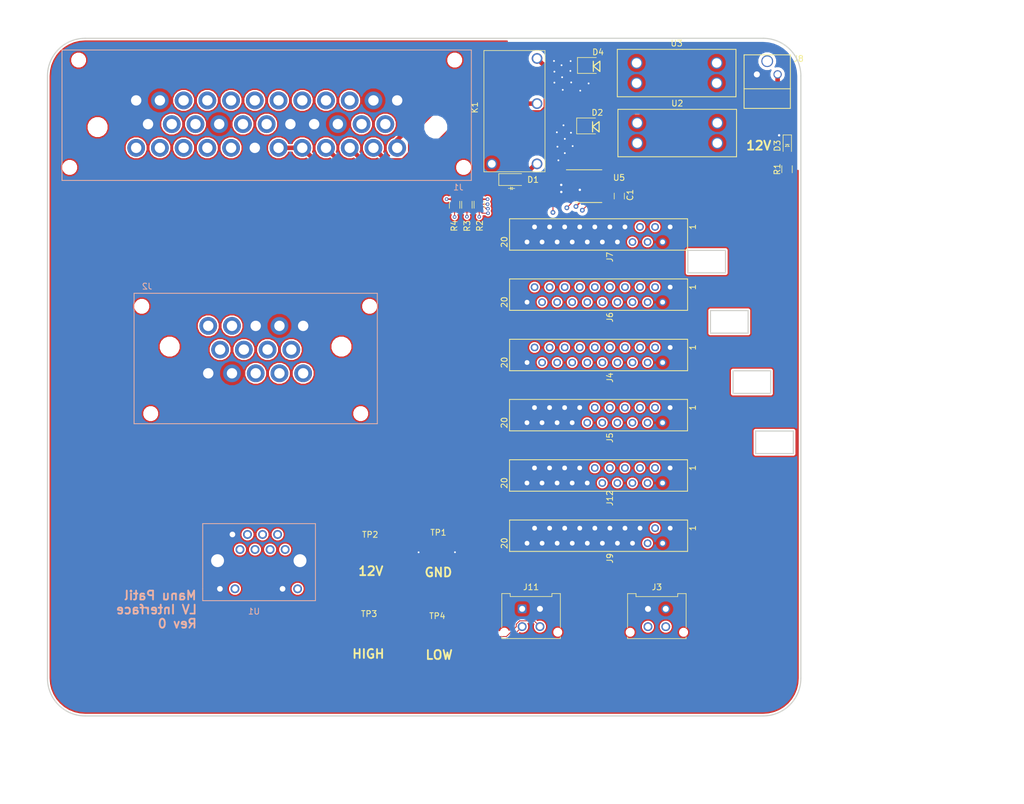
<source format=kicad_pcb>
(kicad_pcb (version 20171130) (host pcbnew 5.0.2-bee76a0~70~ubuntu18.04.1)
  (layers (0 F.Cu signal) (1 In1.Cu signal) (2 In2.Cu signal) (31 B.Cu signal) (34 B.Paste user) (35 F.Paste user) (36 B.SilkS user) (37 F.SilkS user) (38 B.Mask user) (39 F.Mask user) (44 Edge.Cuts user))
  (net 0 "")
  (net 1 "/BSPD RELAY LSD")
  (net 2 /12V)
  (net 3 "/E-STOP-R > BSPD")
  (net 4 "/FUSE > E-STOP-L")
  (net 5 GND)
  (net 6 "/BSPD TEST SWITCH")
  (net 7 /5V)
  (net 8 "/BSPD > IS")
  (net 9 "/BSPD CURRENT SENSE")
  (net 10 "/COOLING PUMP LSD")
  (net 11 "/BRAKE PRESSURE +")
  (net 12 "/BRAKELIGHT LSD")
  (net 13 "/BRAKE PRESSURE SENSE")
  (net 14 "/BRAKE PRESSURE -")
  (net 15 "/RADIATOR TEMP -")
  (net 16 "/MC TEMP -")
  (net 17 "/MOTOR TEMP -")
  (net 18 "/RADIATOR TEMP +")
  (net 19 "/MC TEMP +")
  (net 20 "/MOTOR TEMP +")
  (net 21 /MOSI)
  (net 22 /RESET)
  (net 23 /MISO)
  (net 24 /SCK)
  (net 25 "/RJ45 LED G")
  (net 26 "/RJ45 LED O")
  (net 27 "/EXTRA TEMP 3 +")
  (net 28 "/EXTRA TEMP 2 -")
  (net 29 "/EXTRA TEMP 1 -")
  (net 30 "/EXTRA TEMP 2 +")
  (net 31 "/EXTRA TEMP 1 +")
  (net 32 "/EXTRA TEMP 3 -")
  (net 33 "/EXTRA TEMP 4 -")
  (net 34 "/EXTRA TEMP 4 +")
  (net 35 /5V_GLV)
  (net 36 /SDA_GLV)
  (net 37 /SCL_GLV)
  (net 38 /MISO_GLV)
  (net 39 /MOSI_GLV)
  (net 40 /SCK_GLV)
  (net 41 /CS_GLV)
  (net 42 /12V_Fused)
  (net 43 "Net-(U5-Pad13)")
  (net 44 /ALERT_GLV)
  (net 45 /BATT+)
  (net 46 "Net-(D3-Pad2)")
  (net 47 /GLVMS>FUSE)
  (net 48 "/CAN -")
  (net 49 "/CAN +")
  (module footprints:Ampseal_35 (layer B.Cu) (at 82.55 30.48 180)
    (fp_text reference J1 (at -3.81 -10.16 180) (layer B.SilkS) (effects (justify mirror)))
    (fp_text value Ampseal_35_VT)
    (pad "" np_thru_hole circle (at 57 0 180) (size 2.85 2.85) (drill 2.85) (layers *.Cu *.Mask))
    (pad "" np_thru_hole circle (at 61.7 -6.8 180) (size 2 2) (drill 2) (layers *.Cu *.Mask))
    (pad "" np_thru_hole circle (at -4.7 -6.8 180) (size 2 2) (drill 2) (layers *.Cu *.Mask))
    (pad "" np_thru_hole circle (at 60.2 11.3 180) (size 2 2) (drill 2) (layers *.Cu *.Mask))
    (pad "" np_thru_hole circle (at -3.2 11.3 180) (size 2 2) (drill 2) (layers *.Cu *.Mask))
    (pad 31 thru_hole circle (at 34.5 -3.5 180) (size 3 3) (drill 1.75) (layers *.Cu *.Mask) (net 10 "/COOLING PUMP LSD"))
    (pad 25 thru_hole circle (at 10.5 -3.5 180) (size 3 3) (drill 1.75) (layers *.Cu *.Mask) (net 3 "/E-STOP-R > BSPD"))
    (pad 26 thru_hole circle (at 14.5 -3.5 180) (size 3 3) (drill 1.75) (layers *.Cu *.Mask) (net 4 "/FUSE > E-STOP-L"))
    (pad 27 thru_hole circle (at 18.5 -3.5 180) (size 3 3) (drill 1.75) (layers *.Cu *.Mask) (net 47 /GLVMS>FUSE))
    (pad 28 thru_hole circle (at 22.5 -3.5 180) (size 3 3) (drill 1.75) (layers *.Cu *.Mask) (net 45 /BATT+))
    (pad 29 thru_hole circle (at 26.5 -3.5 180) (size 3 3) (drill 1.75) (layers *.Cu *.Mask) (net 45 /BATT+))
    (pad 30 thru_hole circle (at 30.5 -3.5 180) (size 3 3) (drill 1.75) (layers *.Cu *.Mask) (net 5 GND))
    (pad 14 thru_hole circle (at 12.5 0.5 180) (size 3 3) (drill 1.75) (layers *.Cu *.Mask) (net 48 "/CAN -"))
    (pad 15 thru_hole circle (at 16.5 0.5 180) (size 3 3) (drill 1.75) (layers *.Cu *.Mask) (net 2 /12V))
    (pad 17 thru_hole circle (at 24.5 0.5 180) (size 3 3) (drill 1.75) (layers *.Cu *.Mask) (net 5 GND))
    (pad 16 thru_hole circle (at 20.5 0.5 180) (size 3 3) (drill 1.75) (layers *.Cu *.Mask) (net 5 GND))
    (pad 18 thru_hole circle (at 28.5 0.5 180) (size 3 3) (drill 1.75) (layers *.Cu *.Mask) (net 18 "/RADIATOR TEMP +"))
    (pad 19 thru_hole circle (at 32.5 0.5 180) (size 3 3) (drill 1.75) (layers *.Cu *.Mask) (net 15 "/RADIATOR TEMP -"))
    (pad 7 thru_hole circle (at 30.5 4.5 180) (size 3 3) (drill 1.75) (layers *.Cu *.Mask) (net 27 "/EXTRA TEMP 3 +"))
    (pad 6 thru_hole circle (at 26.5 4.5 180) (size 3 3) (drill 1.75) (layers *.Cu *.Mask) (net 28 "/EXTRA TEMP 2 -"))
    (pad 4 thru_hole circle (at 18.5 4.5 180) (size 3 3) (drill 1.75) (layers *.Cu *.Mask) (net 29 "/EXTRA TEMP 1 -"))
    (pad 5 thru_hole circle (at 22.5 4.5 180) (size 3 3) (drill 1.75) (layers *.Cu *.Mask) (net 30 "/EXTRA TEMP 2 +"))
    (pad 3 thru_hole circle (at 14.5 4.5 180) (size 3 3) (drill 1.75) (layers *.Cu *.Mask) (net 31 "/EXTRA TEMP 1 +"))
    (pad 2 thru_hole circle (at 10.5 4.5 180) (size 3 3) (drill 1.75) (layers *.Cu *.Mask) (net 2 /12V))
    (pad 24 thru_hole circle (at 6.5 -3.5 180) (size 3 3) (drill 1.75) (layers *.Cu *.Mask) (net 8 "/BSPD > IS"))
    (pad 13 thru_hole circle (at 8.5 0.5 180) (size 3 3) (drill 1.75) (layers *.Cu *.Mask) (net 49 "/CAN +"))
    (pad 1 thru_hole circle (at 6.5 4.5 180) (size 3 3) (drill 1.75) (layers *.Cu *.Mask) (net 5 GND))
    (pad "" np_thru_hole circle (at 0 0 180) (size 2.85 2.85) (drill 2.85) (layers *.Cu *.Mask))
    (pad 8 thru_hole circle (at 34.5 4.5 180) (size 3 3) (drill 1.75) (layers *.Cu *.Mask) (net 32 "/EXTRA TEMP 3 -"))
    (pad 20 thru_hole circle (at 36.5 0.5 180) (size 3 3) (drill 1.75) (layers *.Cu *.Mask) (net 2 /12V))
    (pad 32 thru_hole circle (at 38.5 -3.5 180) (size 3 3) (drill 1.75) (layers *.Cu *.Mask) (net 20 "/MOTOR TEMP +"))
    (pad 9 thru_hole circle (at 38.5 4.5 180) (size 3 3) (drill 1.75) (layers *.Cu *.Mask) (net 34 "/EXTRA TEMP 4 +"))
    (pad 33 thru_hole circle (at 42.5 -3.5 180) (size 3 3) (drill 1.75) (layers *.Cu *.Mask) (net 17 "/MOTOR TEMP -"))
    (pad 21 thru_hole circle (at 40.5 0.5 180) (size 3 3) (drill 1.75) (layers *.Cu *.Mask) (net 49 "/CAN +"))
    (pad 10 thru_hole circle (at 42.5 4.5 180) (size 3 3) (drill 1.75) (layers *.Cu *.Mask) (net 33 "/EXTRA TEMP 4 -"))
    (pad 34 thru_hole circle (at 46.5 -3.5 180) (size 3 3) (drill 1.75) (layers *.Cu *.Mask) (net 19 "/MC TEMP +"))
    (pad 22 thru_hole circle (at 44.5 0.5 180) (size 3 3) (drill 1.75) (layers *.Cu *.Mask) (net 48 "/CAN -"))
    (pad 11 thru_hole circle (at 46.5 4.5 180) (size 3 3) (drill 1.75) (layers *.Cu *.Mask) (net 2 /12V))
    (pad 35 thru_hole circle (at 50.5 -3.5 180) (size 3 3) (drill 1.75) (layers *.Cu *.Mask) (net 16 "/MC TEMP -"))
    (pad 23 thru_hole circle (at 48.5 0.5 180) (size 3 3) (drill 1.75) (layers *.Cu *.Mask) (net 5 GND))
    (pad 12 thru_hole circle (at 50.5 4.5 180) (size 3 3) (drill 1.75) (layers *.Cu *.Mask) (net 5 GND))
  )
  (module footprints:D_SOD-123W_OEM (layer F.Cu) (at 95.377 39.3319)
    (fp_text reference D1 (at 3.57886 0.02286) (layer F.SilkS))
    (fp_text value SS110LW hide)
    (pad 1 smd rect (at -1.4 0) (size 1.2 1.2) (layers F.Cu F.Paste F.Mask) (net 2 /12V))
    (pad 2 smd rect (at 1.4 0) (size 1.2 1.2) (layers F.Cu F.Paste F.Mask) (net 1 "/BSPD RELAY LSD"))
  )
  (module footprints:Ampseal_14 (layer B.Cu) (at 37.70122 67.51066)
    (fp_text reference J2 (at -3.81 -10.16) (layer B.SilkS) (effects (justify mirror)))
    (fp_text value Ampseal_14_VT)
    (pad "" np_thru_hole circle (at 28.95 0) (size 2.85 2.85) (drill 2.85) (layers *.Cu *.Mask))
    (pad "" np_thru_hole circle (at 33.7 -6.8) (size 2 2) (drill 2) (layers *.Cu *.Mask))
    (pad "" np_thru_hole circle (at -4.7 -6.8) (size 2 2) (drill 2) (layers *.Cu *.Mask))
    (pad "" np_thru_hole circle (at 32.2 11.3) (size 2 2) (drill 2) (layers *.Cu *.Mask))
    (pad "" np_thru_hole circle (at -3.2 11.3) (size 2 2) (drill 2) (layers *.Cu *.Mask))
    (pad 11 thru_hole circle (at 10.5 -3.5) (size 3 3) (drill 1.75) (layers *.Cu *.Mask) (net 48 "/CAN -"))
    (pad 12 thru_hole circle (at 14.5 -3.5) (size 3 3) (drill 1.75) (layers *.Cu *.Mask) (net 5 GND))
    (pad 13 thru_hole circle (at 18.5 -3.5) (size 3 3) (drill 1.75) (layers *.Cu *.Mask) (net 2 /12V))
    (pad 14 thru_hole circle (at 22.5 -3.5) (size 3 3) (drill 1.75) (layers *.Cu *.Mask) (net 5 GND))
    (pad 7 thru_hole circle (at 12.5 0.5) (size 3 3) (drill 1.75) (layers *.Cu *.Mask) (net 11 "/BRAKE PRESSURE +"))
    (pad 8 thru_hole circle (at 16.5 0.5) (size 3 3) (drill 1.75) (layers *.Cu *.Mask) (net 13 "/BRAKE PRESSURE SENSE"))
    (pad 9 thru_hole circle (at 20.5 0.5) (size 3 3) (drill 1.75) (layers *.Cu *.Mask) (net 14 "/BRAKE PRESSURE -"))
    (pad 4 thru_hole circle (at 18.5 4.5) (size 3 3) (drill 1.75) (layers *.Cu *.Mask) (net 6 "/BSPD TEST SWITCH"))
    (pad 5 thru_hole circle (at 22.5 4.5) (size 3 3) (drill 1.75) (layers *.Cu *.Mask) (net 7 /5V))
    (pad 3 thru_hole circle (at 14.5 4.5) (size 3 3) (drill 1.75) (layers *.Cu *.Mask) (net 12 "/BRAKELIGHT LSD"))
    (pad 2 thru_hole circle (at 10.5 4.5) (size 3 3) (drill 1.75) (layers *.Cu *.Mask) (net 2 /12V))
    (pad 10 thru_hole circle (at 6.5 -3.5) (size 3 3) (drill 1.75) (layers *.Cu *.Mask) (net 49 "/CAN +"))
    (pad 6 thru_hole circle (at 8.5 0.5) (size 3 3) (drill 1.75) (layers *.Cu *.Mask) (net 9 "/BSPD CURRENT SENSE"))
    (pad 1 thru_hole circle (at 6.5 4.5) (size 3 3) (drill 1.75) (layers *.Cu *.Mask) (net 5 GND))
    (pad "" np_thru_hole circle (at 0 0) (size 2.85 2.85) (drill 2.85) (layers *.Cu *.Mask))
  )
  (module footprints:MicroFit_VT_4 (layer F.Cu) (at 118.3259 111.75238)
    (fp_text reference J3 (at 1.5 -3.67) (layer F.SilkS))
    (fp_text value MicroFit_VT_4)
    (pad "" np_thru_hole circle (at -3 3.94) (size 1 1) (drill 1) (layers *.Cu *.Mask))
    (pad "" np_thru_hole circle (at 6 3.94) (size 1 1) (drill 1) (layers *.Cu *.Mask))
    (pad 1 thru_hole roundrect (at 0 0) (size 1.5 1.5) (drill 1) (layers *.Cu *.Mask) (roundrect_rratio 0.166667) (net 5 GND))
    (pad 2 thru_hole circle (at 3 0) (size 1.5 1.5) (drill 1) (layers *.Cu *.Mask) (net 2 /12V))
    (pad 3 thru_hole circle (at 0 3) (size 1.5 1.5) (drill 1) (layers *.Cu *.Mask) (net 49 "/CAN +"))
    (pad 4 thru_hole circle (at 3 3) (size 1.5 1.5) (drill 1) (layers *.Cu *.Mask) (net 48 "/CAN -"))
  )
  (module footprints:micromatch_female_ra_20 (layer F.Cu) (at 116.98986 67.65036 270)
    (fp_text reference J4 (at 5.08 5.08 270) (layer F.SilkS))
    (fp_text value MM_M_VT_20 hide)
    (fp_text user 1 (at 0 -8.89 270) (layer F.SilkS))
    (fp_text user 20 (at 2.54 22.86 270) (layer F.SilkS))
    (pad 20 thru_hole circle (at 2.54 19.05 270) (size 1.3 1.3) (drill 0.8) (layers *.Cu *.Mask) (net 5 GND))
    (pad 19 thru_hole circle (at 0 17.78 270) (size 1.3 1.3) (drill 0.8) (layers *.Cu *.Mask) (net 9 "/BSPD CURRENT SENSE"))
    (pad 18 thru_hole circle (at 2.54 16.51 270) (size 1.3 1.3) (drill 0.8) (layers *.Cu *.Mask) (net 8 "/BSPD > IS"))
    (pad 17 thru_hole circle (at 0 15.24 270) (size 1.3 1.3) (drill 0.8) (layers *.Cu *.Mask) (net 1 "/BSPD RELAY LSD"))
    (pad 16 thru_hole circle (at 2.54 13.97 270) (size 1.3 1.3) (drill 0.8) (layers *.Cu *.Mask) (net 26 "/RJ45 LED O"))
    (pad 15 thru_hole circle (at 0 12.7 270) (size 1.3 1.3) (drill 0.8) (layers *.Cu *.Mask) (net 25 "/RJ45 LED G"))
    (pad 14 thru_hole circle (at 2.54 11.43 270) (size 1.3 1.3) (drill 0.8) (layers *.Cu *.Mask) (net 6 "/BSPD TEST SWITCH"))
    (pad 13 thru_hole circle (at 0 10.16 270) (size 1.3 1.3) (drill 0.8) (layers *.Cu *.Mask) (net 12 "/BRAKELIGHT LSD"))
    (pad 12 thru_hole circle (at 2.54 8.89 270) (size 1.3 1.3) (drill 0.8) (layers *.Cu *.Mask) (net 14 "/BRAKE PRESSURE -"))
    (pad 11 thru_hole circle (at 0 7.62 270) (size 1.3 1.3) (drill 0.8) (layers *.Cu *.Mask) (net 13 "/BRAKE PRESSURE SENSE"))
    (pad 10 thru_hole circle (at 2.54 6.35 270) (size 1.3 1.3) (drill 0.8) (layers *.Cu *.Mask) (net 11 "/BRAKE PRESSURE +"))
    (pad 9 thru_hole circle (at 0 5.08 270) (size 1.3 1.3) (drill 0.8) (layers *.Cu *.Mask) (net 22 /RESET))
    (pad 8 thru_hole circle (at 2.54 3.81 270) (size 1.3 1.3) (drill 0.8) (layers *.Cu *.Mask) (net 24 /SCK))
    (pad 6 thru_hole circle (at 2.54 1.27 270) (size 1.3 1.3) (drill 0.8) (layers *.Cu *.Mask) (net 23 /MISO))
    (pad 4 thru_hole circle (at 2.54 -1.27 270) (size 1.3 1.3) (drill 0.8) (layers *.Cu *.Mask) (net 48 "/CAN -"))
    (pad 2 thru_hole circle (at 2.54 -3.81 270) (size 1.3 1.3) (drill 0.8) (layers *.Cu *.Mask) (net 2 /12V))
    (pad 7 thru_hole circle (at 0 2.54 270) (size 1.3 1.3) (drill 0.8) (layers *.Cu *.Mask) (net 21 /MOSI))
    (pad 1 thru_hole circle (at 0 -5.08 270) (size 1.3 1.3) (drill 0.8) (layers *.Cu *.Mask) (net 5 GND))
    (pad 3 thru_hole circle (at 0 -2.54 270) (size 1.3 1.3) (drill 0.8) (layers *.Cu *.Mask) (net 49 "/CAN +"))
    (pad 5 thru_hole circle (at 0 0 270) (size 1.3 1.3) (drill 0.8) (layers *.Cu *.Mask) (net 7 /5V))
  )
  (module footprints:micromatch_female_ra_20 (layer F.Cu) (at 116.97716 77.8002 270)
    (fp_text reference J5 (at 5.08 5.08 270) (layer F.SilkS))
    (fp_text value MM_M_VT_20 hide)
    (fp_text user 20 (at 2.54 22.86 270) (layer F.SilkS))
    (fp_text user 1 (at 0 -8.89 270) (layer F.SilkS))
    (pad 5 thru_hole circle (at 0 0 270) (size 1.3 1.3) (drill 0.8) (layers *.Cu *.Mask) (net 35 /5V_GLV))
    (pad 3 thru_hole circle (at 0 -2.54 270) (size 1.3 1.3) (drill 0.8) (layers *.Cu *.Mask) (net 49 "/CAN +"))
    (pad 1 thru_hole circle (at 0 -5.08 270) (size 1.3 1.3) (drill 0.8) (layers *.Cu *.Mask) (net 5 GND))
    (pad 7 thru_hole circle (at 0 2.54 270) (size 1.3 1.3) (drill 0.8) (layers *.Cu *.Mask) (net 37 /SCL_GLV))
    (pad 2 thru_hole circle (at 2.54 -3.81 270) (size 1.3 1.3) (drill 0.8) (layers *.Cu *.Mask) (net 2 /12V))
    (pad 4 thru_hole circle (at 2.54 -1.27 270) (size 1.3 1.3) (drill 0.8) (layers *.Cu *.Mask) (net 48 "/CAN -"))
    (pad 6 thru_hole circle (at 2.54 1.27 270) (size 1.3 1.3) (drill 0.8) (layers *.Cu *.Mask) (net 36 /SDA_GLV))
    (pad 8 thru_hole circle (at 2.54 3.81 270) (size 1.3 1.3) (drill 0.8) (layers *.Cu *.Mask) (net 38 /MISO_GLV))
    (pad 9 thru_hole circle (at 0 5.08 270) (size 1.3 1.3) (drill 0.8) (layers *.Cu *.Mask) (net 39 /MOSI_GLV))
    (pad 10 thru_hole circle (at 2.54 6.35 270) (size 1.3 1.3) (drill 0.8) (layers *.Cu *.Mask) (net 41 /CS_GLV))
    (pad 11 thru_hole circle (at 0 7.62 270) (size 1.3 1.3) (drill 0.8) (layers *.Cu *.Mask) (net 40 /SCK_GLV))
    (pad 12 thru_hole circle (at 2.54 8.89 270) (size 1.3 1.3) (drill 0.8) (layers *.Cu *.Mask) (net 44 /ALERT_GLV))
    (pad 13 thru_hole circle (at 0 10.16 270) (size 1.3 1.3) (drill 0.8) (layers *.Cu *.Mask) (net 5 GND))
    (pad 14 thru_hole circle (at 2.54 11.43 270) (size 1.3 1.3) (drill 0.8) (layers *.Cu *.Mask) (net 5 GND))
    (pad 15 thru_hole circle (at 0 12.7 270) (size 1.3 1.3) (drill 0.8) (layers *.Cu *.Mask) (net 5 GND))
    (pad 16 thru_hole circle (at 2.54 13.97 270) (size 1.3 1.3) (drill 0.8) (layers *.Cu *.Mask) (net 5 GND))
    (pad 17 thru_hole circle (at 0 15.24 270) (size 1.3 1.3) (drill 0.8) (layers *.Cu *.Mask) (net 5 GND))
    (pad 18 thru_hole circle (at 2.54 16.51 270) (size 1.3 1.3) (drill 0.8) (layers *.Cu *.Mask) (net 5 GND))
    (pad 19 thru_hole circle (at 0 17.78 270) (size 1.3 1.3) (drill 0.8) (layers *.Cu *.Mask) (net 5 GND))
    (pad 20 thru_hole circle (at 2.54 19.05 270) (size 1.3 1.3) (drill 0.8) (layers *.Cu *.Mask) (net 5 GND))
  )
  (module footprints:micromatch_female_ra_20 (layer F.Cu) (at 116.98732 57.47258 270)
    (fp_text reference J6 (at 5.08 5.08 270) (layer F.SilkS))
    (fp_text value MM_M_VT_20 hide)
    (fp_text user 20 (at 2.54 22.86 270) (layer F.SilkS))
    (fp_text user 1 (at 0 -8.89 270) (layer F.SilkS))
    (pad 5 thru_hole circle (at 0 0 270) (size 1.3 1.3) (drill 0.8) (layers *.Cu *.Mask) (net 10 "/COOLING PUMP LSD"))
    (pad 3 thru_hole circle (at 0 -2.54 270) (size 1.3 1.3) (drill 0.8) (layers *.Cu *.Mask) (net 49 "/CAN +"))
    (pad 1 thru_hole circle (at 0 -5.08 270) (size 1.3 1.3) (drill 0.8) (layers *.Cu *.Mask) (net 5 GND))
    (pad 7 thru_hole circle (at 0 2.54 270) (size 1.3 1.3) (drill 0.8) (layers *.Cu *.Mask) (net 15 "/RADIATOR TEMP -"))
    (pad 2 thru_hole circle (at 2.54 -3.81 270) (size 1.3 1.3) (drill 0.8) (layers *.Cu *.Mask) (net 2 /12V))
    (pad 4 thru_hole circle (at 2.54 -1.27 270) (size 1.3 1.3) (drill 0.8) (layers *.Cu *.Mask) (net 48 "/CAN -"))
    (pad 6 thru_hole circle (at 2.54 1.27 270) (size 1.3 1.3) (drill 0.8) (layers *.Cu *.Mask) (net 18 "/RADIATOR TEMP +"))
    (pad 8 thru_hole circle (at 2.54 3.81 270) (size 1.3 1.3) (drill 0.8) (layers *.Cu *.Mask) (net 20 "/MOTOR TEMP +"))
    (pad 9 thru_hole circle (at 0 5.08 270) (size 1.3 1.3) (drill 0.8) (layers *.Cu *.Mask) (net 17 "/MOTOR TEMP -"))
    (pad 10 thru_hole circle (at 2.54 6.35 270) (size 1.3 1.3) (drill 0.8) (layers *.Cu *.Mask) (net 19 "/MC TEMP +"))
    (pad 11 thru_hole circle (at 0 7.62 270) (size 1.3 1.3) (drill 0.8) (layers *.Cu *.Mask) (net 16 "/MC TEMP -"))
    (pad 12 thru_hole circle (at 2.54 8.89 270) (size 1.3 1.3) (drill 0.8) (layers *.Cu *.Mask) (net 31 "/EXTRA TEMP 1 +"))
    (pad 13 thru_hole circle (at 0 10.16 270) (size 1.3 1.3) (drill 0.8) (layers *.Cu *.Mask) (net 29 "/EXTRA TEMP 1 -"))
    (pad 14 thru_hole circle (at 2.54 11.43 270) (size 1.3 1.3) (drill 0.8) (layers *.Cu *.Mask) (net 30 "/EXTRA TEMP 2 +"))
    (pad 15 thru_hole circle (at 0 12.7 270) (size 1.3 1.3) (drill 0.8) (layers *.Cu *.Mask) (net 28 "/EXTRA TEMP 2 -"))
    (pad 16 thru_hole circle (at 2.54 13.97 270) (size 1.3 1.3) (drill 0.8) (layers *.Cu *.Mask) (net 27 "/EXTRA TEMP 3 +"))
    (pad 17 thru_hole circle (at 0 15.24 270) (size 1.3 1.3) (drill 0.8) (layers *.Cu *.Mask) (net 32 "/EXTRA TEMP 3 -"))
    (pad 18 thru_hole circle (at 2.54 16.51 270) (size 1.3 1.3) (drill 0.8) (layers *.Cu *.Mask) (net 34 "/EXTRA TEMP 4 +"))
    (pad 19 thru_hole circle (at 0 17.78 270) (size 1.3 1.3) (drill 0.8) (layers *.Cu *.Mask) (net 33 "/EXTRA TEMP 4 -"))
    (pad 20 thru_hole circle (at 2.54 19.05 270) (size 1.3 1.3) (drill 0.8) (layers *.Cu *.Mask) (net 5 GND))
  )
  (module footprints:micromatch_female_ra_20 (layer F.Cu) (at 116.98478 47.3202 270)
    (fp_text reference J7 (at 5.08 5.08 270) (layer F.SilkS))
    (fp_text value MM_M_VT_20 hide)
    (fp_text user 20 (at 2.54 22.86 270) (layer F.SilkS))
    (fp_text user 1 (at 0 -8.89 270) (layer F.SilkS))
    (pad 5 thru_hole circle (at 0 0 270) (size 1.3 1.3) (drill 0.8) (layers *.Cu *.Mask) (net 3 "/E-STOP-R > BSPD"))
    (pad 3 thru_hole circle (at 0 -2.54 270) (size 1.3 1.3) (drill 0.8) (layers *.Cu *.Mask) (net 49 "/CAN +"))
    (pad 1 thru_hole circle (at 0 -5.08 270) (size 1.3 1.3) (drill 0.8) (layers *.Cu *.Mask) (net 5 GND))
    (pad 7 thru_hole circle (at 0 2.54 270) (size 1.3 1.3) (drill 0.8) (layers *.Cu *.Mask) (net 5 GND))
    (pad 2 thru_hole circle (at 2.54 -3.81 270) (size 1.3 1.3) (drill 0.8) (layers *.Cu *.Mask) (net 2 /12V))
    (pad 4 thru_hole circle (at 2.54 -1.27 270) (size 1.3 1.3) (drill 0.8) (layers *.Cu *.Mask) (net 48 "/CAN -"))
    (pad 6 thru_hole circle (at 2.54 1.27 270) (size 1.3 1.3) (drill 0.8) (layers *.Cu *.Mask) (net 4 "/FUSE > E-STOP-L"))
    (pad 8 thru_hole circle (at 2.54 3.81 270) (size 1.3 1.3) (drill 0.8) (layers *.Cu *.Mask) (net 5 GND))
    (pad 9 thru_hole circle (at 0 5.08 270) (size 1.3 1.3) (drill 0.8) (layers *.Cu *.Mask) (net 5 GND))
    (pad 10 thru_hole circle (at 2.54 6.35 270) (size 1.3 1.3) (drill 0.8) (layers *.Cu *.Mask) (net 5 GND))
    (pad 11 thru_hole circle (at 0 7.62 270) (size 1.3 1.3) (drill 0.8) (layers *.Cu *.Mask) (net 5 GND))
    (pad 12 thru_hole circle (at 2.54 8.89 270) (size 1.3 1.3) (drill 0.8) (layers *.Cu *.Mask) (net 5 GND))
    (pad 13 thru_hole circle (at 0 10.16 270) (size 1.3 1.3) (drill 0.8) (layers *.Cu *.Mask) (net 5 GND))
    (pad 14 thru_hole circle (at 2.54 11.43 270) (size 1.3 1.3) (drill 0.8) (layers *.Cu *.Mask) (net 5 GND))
    (pad 15 thru_hole circle (at 0 12.7 270) (size 1.3 1.3) (drill 0.8) (layers *.Cu *.Mask) (net 5 GND))
    (pad 16 thru_hole circle (at 2.54 13.97 270) (size 1.3 1.3) (drill 0.8) (layers *.Cu *.Mask) (net 5 GND))
    (pad 17 thru_hole circle (at 0 15.24 270) (size 1.3 1.3) (drill 0.8) (layers *.Cu *.Mask) (net 5 GND))
    (pad 18 thru_hole circle (at 2.54 16.51 270) (size 1.3 1.3) (drill 0.8) (layers *.Cu *.Mask) (net 5 GND))
    (pad 19 thru_hole circle (at 0 17.78 270) (size 1.3 1.3) (drill 0.8) (layers *.Cu *.Mask) (net 5 GND))
    (pad 20 thru_hole circle (at 2.54 19.05 270) (size 1.3 1.3) (drill 0.8) (layers *.Cu *.Mask) (net 5 GND))
  )
  (module footprints:Ultrafit_2 (layer F.Cu) (at 136.67994 21.59254 90)
    (fp_text reference J8 (at 2.6416 7.02818 180) (layer F.SilkS))
    (fp_text value UF_2_VT hide)
    (pad 2 thru_hole circle (at 0 0 90) (size 1.397 1.397) (drill 1.02) (layers *.Cu *.Mask) (net 5 GND))
    (pad 1 thru_hole circle (at 0 3.5 90) (size 1.397 1.397) (drill 1.02) (layers *.Cu *.Mask) (net 45 /BATT+))
    (pad "" thru_hole circle (at 2.23 1.75 90) (size 1.981 1.981) (drill 1.6) (layers *.Cu *.Mask))
  )
  (module footprints:micromatch_female_ra_20 (layer F.Cu) (at 116.98986 98.1329 270)
    (fp_text reference J9 (at 5.08 5.08 270) (layer F.SilkS))
    (fp_text value MM_M_VT_20 hide)
    (fp_text user 20 (at 2.54 22.86 270) (layer F.SilkS))
    (fp_text user 1 (at 0 -8.89 270) (layer F.SilkS))
    (pad 5 thru_hole circle (at 0 0 270) (size 1.3 1.3) (drill 0.8) (layers *.Cu *.Mask) (net 5 GND))
    (pad 3 thru_hole circle (at 0 -2.54 270) (size 1.3 1.3) (drill 0.8) (layers *.Cu *.Mask) (net 49 "/CAN +"))
    (pad 1 thru_hole circle (at 0 -5.08 270) (size 1.3 1.3) (drill 0.8) (layers *.Cu *.Mask) (net 5 GND))
    (pad 7 thru_hole circle (at 0 2.54 270) (size 1.3 1.3) (drill 0.8) (layers *.Cu *.Mask) (net 5 GND))
    (pad 2 thru_hole circle (at 2.54 -3.81 270) (size 1.3 1.3) (drill 0.8) (layers *.Cu *.Mask) (net 2 /12V))
    (pad 4 thru_hole circle (at 2.54 -1.27 270) (size 1.3 1.3) (drill 0.8) (layers *.Cu *.Mask) (net 48 "/CAN -"))
    (pad 6 thru_hole circle (at 2.54 1.27 270) (size 1.3 1.3) (drill 0.8) (layers *.Cu *.Mask) (net 5 GND))
    (pad 8 thru_hole circle (at 2.54 3.81 270) (size 1.3 1.3) (drill 0.8) (layers *.Cu *.Mask) (net 5 GND))
    (pad 9 thru_hole circle (at 0 5.08 270) (size 1.3 1.3) (drill 0.8) (layers *.Cu *.Mask) (net 5 GND))
    (pad 10 thru_hole circle (at 2.54 6.35 270) (size 1.3 1.3) (drill 0.8) (layers *.Cu *.Mask) (net 5 GND))
    (pad 11 thru_hole circle (at 0 7.62 270) (size 1.3 1.3) (drill 0.8) (layers *.Cu *.Mask) (net 5 GND))
    (pad 12 thru_hole circle (at 2.54 8.89 270) (size 1.3 1.3) (drill 0.8) (layers *.Cu *.Mask) (net 5 GND))
    (pad 13 thru_hole circle (at 0 10.16 270) (size 1.3 1.3) (drill 0.8) (layers *.Cu *.Mask) (net 5 GND))
    (pad 14 thru_hole circle (at 2.54 11.43 270) (size 1.3 1.3) (drill 0.8) (layers *.Cu *.Mask) (net 5 GND))
    (pad 15 thru_hole circle (at 0 12.7 270) (size 1.3 1.3) (drill 0.8) (layers *.Cu *.Mask) (net 5 GND))
    (pad 16 thru_hole circle (at 2.54 13.97 270) (size 1.3 1.3) (drill 0.8) (layers *.Cu *.Mask) (net 5 GND))
    (pad 17 thru_hole circle (at 0 15.24 270) (size 1.3 1.3) (drill 0.8) (layers *.Cu *.Mask) (net 5 GND))
    (pad 18 thru_hole circle (at 2.54 16.51 270) (size 1.3 1.3) (drill 0.8) (layers *.Cu *.Mask) (net 5 GND))
    (pad 19 thru_hole circle (at 0 17.78 270) (size 1.3 1.3) (drill 0.8) (layers *.Cu *.Mask) (net 5 GND))
    (pad 20 thru_hole circle (at 2.54 19.05 270) (size 1.3 1.3) (drill 0.8) (layers *.Cu *.Mask) (net 5 GND))
  )
  (module footprints:MicroFit_VT_4 (layer F.Cu) (at 97.11944 111.73968)
    (fp_text reference J11 (at 1.5 -3.67) (layer F.SilkS))
    (fp_text value MicroFit_VT_4)
    (pad 4 thru_hole circle (at 3 3) (size 1.5 1.5) (drill 1) (layers *.Cu *.Mask) (net 48 "/CAN -"))
    (pad 3 thru_hole circle (at 0 3) (size 1.5 1.5) (drill 1) (layers *.Cu *.Mask) (net 49 "/CAN +"))
    (pad 2 thru_hole circle (at 3 0) (size 1.5 1.5) (drill 1) (layers *.Cu *.Mask) (net 5 GND))
    (pad 1 thru_hole roundrect (at 0 0) (size 1.5 1.5) (drill 1) (layers *.Cu *.Mask) (roundrect_rratio 0.166667) (net 2 /12V))
    (pad "" np_thru_hole circle (at 6 3.94) (size 1 1) (drill 1) (layers *.Cu *.Mask))
    (pad "" np_thru_hole circle (at -3 3.94) (size 1 1) (drill 1) (layers *.Cu *.Mask))
  )
  (module footprints:micromatch_female_ra_20 (layer F.Cu) (at 116.97716 87.97544 270)
    (fp_text reference J12 (at 5.08 5.08 270) (layer F.SilkS))
    (fp_text value MM_M_VT_20 hide)
    (fp_text user 1 (at 0 -8.89 270) (layer F.SilkS))
    (fp_text user 20 (at 2.54 22.86 270) (layer F.SilkS))
    (pad 20 thru_hole circle (at 2.54 19.05 270) (size 1.3 1.3) (drill 0.8) (layers *.Cu *.Mask) (net 5 GND))
    (pad 19 thru_hole circle (at 0 17.78 270) (size 1.3 1.3) (drill 0.8) (layers *.Cu *.Mask) (net 5 GND))
    (pad 18 thru_hole circle (at 2.54 16.51 270) (size 1.3 1.3) (drill 0.8) (layers *.Cu *.Mask) (net 5 GND))
    (pad 17 thru_hole circle (at 0 15.24 270) (size 1.3 1.3) (drill 0.8) (layers *.Cu *.Mask) (net 5 GND))
    (pad 16 thru_hole circle (at 2.54 13.97 270) (size 1.3 1.3) (drill 0.8) (layers *.Cu *.Mask) (net 5 GND))
    (pad 15 thru_hole circle (at 0 12.7 270) (size 1.3 1.3) (drill 0.8) (layers *.Cu *.Mask) (net 5 GND))
    (pad 14 thru_hole circle (at 2.54 11.43 270) (size 1.3 1.3) (drill 0.8) (layers *.Cu *.Mask) (net 5 GND))
    (pad 13 thru_hole circle (at 0 10.16 270) (size 1.3 1.3) (drill 0.8) (layers *.Cu *.Mask) (net 5 GND))
    (pad 12 thru_hole circle (at 2.54 8.89 270) (size 1.3 1.3) (drill 0.8) (layers *.Cu *.Mask) (net 5 GND))
    (pad 11 thru_hole circle (at 0 7.62 270) (size 1.3 1.3) (drill 0.8) (layers *.Cu *.Mask) (net 40 /SCK_GLV))
    (pad 10 thru_hole circle (at 2.54 6.35 270) (size 1.3 1.3) (drill 0.8) (layers *.Cu *.Mask) (net 41 /CS_GLV))
    (pad 9 thru_hole circle (at 0 5.08 270) (size 1.3 1.3) (drill 0.8) (layers *.Cu *.Mask) (net 39 /MOSI_GLV))
    (pad 8 thru_hole circle (at 2.54 3.81 270) (size 1.3 1.3) (drill 0.8) (layers *.Cu *.Mask) (net 38 /MISO_GLV))
    (pad 6 thru_hole circle (at 2.54 1.27 270) (size 1.3 1.3) (drill 0.8) (layers *.Cu *.Mask) (net 36 /SDA_GLV))
    (pad 4 thru_hole circle (at 2.54 -1.27 270) (size 1.3 1.3) (drill 0.8) (layers *.Cu *.Mask) (net 48 "/CAN -"))
    (pad 2 thru_hole circle (at 2.54 -3.81 270) (size 1.3 1.3) (drill 0.8) (layers *.Cu *.Mask) (net 2 /12V))
    (pad 7 thru_hole circle (at 0 2.54 270) (size 1.3 1.3) (drill 0.8) (layers *.Cu *.Mask) (net 37 /SCL_GLV))
    (pad 1 thru_hole circle (at 0 -5.08 270) (size 1.3 1.3) (drill 0.8) (layers *.Cu *.Mask) (net 5 GND))
    (pad 3 thru_hole circle (at 0 -2.54 270) (size 1.3 1.3) (drill 0.8) (layers *.Cu *.Mask) (net 49 "/CAN +"))
    (pad 5 thru_hole circle (at 0 0 270) (size 1.3 1.3) (drill 0.8) (layers *.Cu *.Mask) (net 35 /5V_GLV))
  )
  (module footprints:Relay_SPST_OMRON-G5Q-1A4_OEM (layer F.Cu) (at 99.62642 36.68014 90)
    (fp_text reference K1 (at 9.5 -10.5 270) (layer F.SilkS))
    (fp_text value G5Q-1A4-DC12 hide)
    (pad 1 thru_hole circle (at 0 0 270) (size 1.8 1.8) (drill 1.3) (layers *.Cu *.Mask) (net 1 "/BSPD RELAY LSD"))
    (pad 2 thru_hole circle (at 10.16 0 270) (size 1.8 1.8) (drill 1.3) (layers *.Cu *.Mask) (net 8 "/BSPD > IS"))
    (pad 3 thru_hole circle (at 17.78 0 270) (size 1.8 1.8) (drill 1.3) (layers *.Cu *.Mask) (net 3 "/E-STOP-R > BSPD"))
    (pad 5 thru_hole circle (at 0 -7.62 270) (size 1.8 1.8) (drill 1.3) (layers *.Cu *.Mask) (net 2 /12V))
  )
  (module footprints:RJ45-Vertical (layer B.Cu) (at 59.26836 108.36402 180)
    (fp_text reference U1 (at 7.366 -3.81 180) (layer B.SilkS) (effects (justify mirror)))
    (fp_text value RJ45_VT)
    (pad 12 thru_hole circle (at 0 0 180) (size 1.5 1.5) (drill 0.95) (layers *.Cu *.Mask) (net 25 "/RJ45 LED G"))
    (pad 11 thru_hole circle (at 2.54 0 180) (size 1.5 1.5) (drill 0.95) (layers *.Cu *.Mask) (net 5 GND))
    (pad 9 thru_hole circle (at 13.1 0 180) (size 1.5 1.5) (drill 0.95) (layers *.Cu *.Mask) (net 5 GND))
    (pad 10 thru_hole circle (at 10.56 0 180) (size 1.5 1.5) (drill 0.95) (layers *.Cu *.Mask) (net 26 "/RJ45 LED O"))
    (pad 1 thru_hole circle (at 2.1 6.63 180) (size 1.5 1.5) (drill 0.95) (layers *.Cu *.Mask) (net 48 "/CAN -"))
    (pad 3 thru_hole circle (at 4.64 6.63 180) (size 1.5 1.5) (drill 0.95) (layers *.Cu *.Mask) (net 22 /RESET))
    (pad 5 thru_hole circle (at 7.18 6.63 180) (size 1.5 1.5) (drill 0.95) (layers *.Cu *.Mask) (net 23 /MISO))
    (pad 7 thru_hole circle (at 9.72 6.63 180) (size 1.5 1.5) (drill 0.95) (layers *.Cu *.Mask) (net 7 /5V))
    (pad 2 thru_hole circle (at 3.37 9.17 180) (size 1.5 1.5) (drill 0.95) (layers *.Cu *.Mask) (net 49 "/CAN +"))
    (pad 4 thru_hole circle (at 5.91 9.17 180) (size 1.5 1.5) (drill 0.95) (layers *.Cu *.Mask) (net 24 /SCK))
    (pad 6 thru_hole circle (at 8.45 9.17 180) (size 1.5 1.5) (drill 0.95) (layers *.Cu *.Mask B.Paste) (net 21 /MOSI))
    (pad 8 thru_hole circle (at 10.99 9.17 180) (size 1.5 1.5) (drill 0.95) (layers *.Cu *.Mask) (net 5 GND))
    (pad 13 thru_hole circle (at -0.4 4.75 180) (size 2.75 2.75) (drill 2.18) (layers *.Cu *.Mask) (net 5 GND))
    (pad 14 thru_hole circle (at 13.5 4.75 180) (size 2.75 2.75) (drill 2.18) (layers *.Cu *.Mask) (net 5 GND))
  )
  (module footprints:Fuse_Block_Holder (layer F.Cu) (at 123.25858 31.4833 180)
    (fp_text reference U2 (at 0 5 180) (layer F.SilkS))
    (fp_text value Fuse_Holder_Blade)
    (pad 1 thru_hole circle (at -6.75 1.7 180) (size 2.032 2.032) (drill 1.6002) (layers *.Cu *.Mask) (net 47 /GLVMS>FUSE))
    (pad 1 thru_hole circle (at -6.75 -1.7 270) (size 2.032 2.032) (drill 1.6002) (layers *.Cu *.Mask) (net 47 /GLVMS>FUSE))
    (pad 2 thru_hole circle (at 6.75 -1.7 180) (size 2.032 2.032) (drill 1.6002) (layers *.Cu *.Mask) (net 42 /12V_Fused))
    (pad 2 thru_hole circle (at 6.75 1.7 180) (size 2.032 2.032) (drill 1.6002) (layers *.Cu *.Mask) (net 42 /12V_Fused))
  )
  (module footprints:Fuse_Block_Holder (layer F.Cu) (at 123.15952 21.36394 180)
    (fp_text reference U3 (at 0 5 180) (layer F.SilkS))
    (fp_text value Fuse_Holder_Blade)
    (pad 2 thru_hole circle (at 6.75 1.7 180) (size 2.032 2.032) (drill 1.6002) (layers *.Cu *.Mask) (net 4 "/FUSE > E-STOP-L"))
    (pad 2 thru_hole circle (at 6.75 -1.7 180) (size 2.032 2.032) (drill 1.6002) (layers *.Cu *.Mask) (net 4 "/FUSE > E-STOP-L"))
    (pad 1 thru_hole circle (at -6.75 -1.7 270) (size 2.032 2.032) (drill 1.6002) (layers *.Cu *.Mask) (net 47 /GLVMS>FUSE))
    (pad 1 thru_hole circle (at -6.75 1.7 180) (size 2.032 2.032) (drill 1.6002) (layers *.Cu *.Mask) (net 47 /GLVMS>FUSE))
  )
  (module Package_SO:TSSOP-16_4.4x5mm_P0.65mm (layer F.Cu) (at 108.35132 40.47744)
    (fp_text reference U5 (at 5.09524 -1.46558) (layer F.SilkS))
    (fp_text value INA260)
    (pad 16 smd rect (at 2.95 -2.275) (size 1.5 0.45) (layers F.Cu F.Paste F.Mask) (net 2 /12V))
    (pad 15 smd rect (at 2.95 -1.625) (size 1.5 0.45) (layers F.Cu F.Paste F.Mask) (net 2 /12V))
    (pad 14 smd rect (at 2.95 -0.975) (size 1.5 0.45) (layers F.Cu F.Paste F.Mask) (net 2 /12V))
    (pad 13 smd rect (at 2.95 -0.325) (size 1.5 0.45) (layers F.Cu F.Paste F.Mask) (net 43 "Net-(U5-Pad13)"))
    (pad 12 smd rect (at 2.95 0.325) (size 1.5 0.45) (layers F.Cu F.Paste F.Mask) (net 42 /12V_Fused))
    (pad 11 smd rect (at 2.95 0.975) (size 1.5 0.45) (layers F.Cu F.Paste F.Mask) (net 5 GND))
    (pad 10 smd rect (at 2.95 1.625) (size 1.5 0.45) (layers F.Cu F.Paste F.Mask) (net 35 /5V_GLV))
    (pad 9 smd rect (at 2.95 2.275) (size 1.5 0.45) (layers F.Cu F.Paste F.Mask) (net 37 /SCL_GLV))
    (pad 8 smd rect (at -2.95 2.275) (size 1.5 0.45) (layers F.Cu F.Paste F.Mask) (net 36 /SDA_GLV))
    (pad 7 smd rect (at -2.95 1.625) (size 1.5 0.45) (layers F.Cu F.Paste F.Mask) (net 44 /ALERT_GLV))
    (pad 6 smd rect (at -2.95 0.975) (size 1.5 0.45) (layers F.Cu F.Paste F.Mask) (net 5 GND))
    (pad 5 smd rect (at -2.95 0.325) (size 1.5 0.45) (layers F.Cu F.Paste F.Mask) (net 5 GND))
    (pad 4 smd rect (at -2.95 -0.325) (size 1.5 0.45) (layers F.Cu F.Paste F.Mask) (net 5 GND))
    (pad 3 smd rect (at -2.95 -0.975) (size 1.5 0.45) (layers F.Cu F.Paste F.Mask) (net 42 /12V_Fused))
    (pad 2 smd rect (at -2.95 -1.625) (size 1.5 0.45) (layers F.Cu F.Paste F.Mask) (net 42 /12V_Fused))
    (pad 1 smd rect (at -2.95 -2.275) (size 1.5 0.45) (layers F.Cu F.Paste F.Mask) (net 42 /12V_Fused))
  )
  (module footprints:C_0805_OEM (layer F.Cu) (at 113.48974 42.11498 270)
    (fp_text reference C1 (at -0.18212 -1.82118 270) (layer F.SilkS))
    (fp_text value C_0.1uF hide)
    (pad 1 smd rect (at -1 0 270) (size 1 1.25) (layers F.Cu F.Paste F.Mask) (net 5 GND))
    (pad 2 smd rect (at 1 0 270) (size 1 1.25) (layers F.Cu F.Paste F.Mask) (net 35 /5V_GLV))
  )
  (module footprints:LED_0805_OEM (layer F.Cu) (at 141.81074 33.60166 270)
    (fp_text reference D3 (at 0.03302 1.68402 270) (layer F.SilkS))
    (fp_text value LED_0805 hide)
    (pad 2 smd rect (at 1.1 0 90) (size 1.2 1.2) (layers F.Cu F.Paste F.Mask) (net 46 "Net-(D3-Pad2)"))
    (pad 1 smd rect (at -1.1 0 90) (size 1.2 1.2) (layers F.Cu F.Paste F.Mask) (net 5 GND))
  )
  (module footprints:R_0805_OEM (layer F.Cu) (at 141.76502 37.58692 90)
    (fp_text reference R1 (at 0 -1.65 90) (layer F.SilkS))
    (fp_text value R_1K hide)
    (pad 1 smd rect (at -0.95 0 90) (size 0.7 1.3) (layers F.Cu F.Paste F.Mask) (net 2 /12V))
    (pad 2 smd rect (at 0.95 0 90) (size 0.7 1.3) (layers F.Cu F.Paste F.Mask) (net 46 "Net-(D3-Pad2)"))
  )
  (module footprints:R_0805_OEM (layer F.Cu) (at 89.8906 43.5712 90)
    (fp_text reference R2 (at -3.5458 0.0762 90) (layer F.SilkS))
    (fp_text value R_10K hide)
    (pad 2 smd rect (at 0.95 0 90) (size 0.7 1.3) (layers F.Cu F.Paste F.Mask) (net 35 /5V_GLV))
    (pad 1 smd rect (at -0.95 0 90) (size 0.7 1.3) (layers F.Cu F.Paste F.Mask) (net 44 /ALERT_GLV))
  )
  (module footprints:R_0805_OEM (layer F.Cu) (at 87.8078 43.5864 270)
    (fp_text reference R3 (at 3.556 -0.0254 270) (layer F.SilkS))
    (fp_text value R_10K hide)
    (pad 1 smd rect (at -0.95 0 270) (size 0.7 1.3) (layers F.Cu F.Paste F.Mask) (net 35 /5V_GLV))
    (pad 2 smd rect (at 0.95 0 270) (size 0.7 1.3) (layers F.Cu F.Paste F.Mask) (net 37 /SCL_GLV))
  )
  (module footprints:R_0805_OEM (layer F.Cu) (at 85.725 43.5864 90)
    (fp_text reference R4 (at -3.5306 -0.0508 90) (layer F.SilkS))
    (fp_text value R_10K hide)
    (pad 2 smd rect (at 0.95 0 90) (size 0.7 1.3) (layers F.Cu F.Paste F.Mask) (net 35 /5V_GLV))
    (pad 1 smd rect (at -0.95 0 90) (size 0.7 1.3) (layers F.Cu F.Paste F.Mask) (net 36 /SDA_GLV))
  )
  (module footprints:DO-214AA (layer F.Cu) (at 109.4867 30.28442)
    (fp_text reference D2 (at 0.3 -2.25) (layer F.SilkS))
    (fp_text value D_Zener_18V hide)
    (pad 2 smd rect (at 2.032 0 180) (size 1.778 2.159) (layers F.Cu F.Paste F.Mask) (net 42 /12V_Fused))
    (pad 1 smd rect (at -2.032 0 180) (size 1.778 2.159) (layers F.Cu F.Paste F.Mask) (net 5 GND))
  )
  (module footprints:DO-214AA (layer F.Cu) (at 109.61878 20.08124)
    (fp_text reference D4 (at 0.3 -2.25) (layer F.SilkS))
    (fp_text value D_Zener_18V hide)
    (pad 1 smd rect (at -2.032 0 180) (size 1.778 2.159) (layers F.Cu F.Paste F.Mask) (net 5 GND))
    (pad 2 smd rect (at 2.032 0 180) (size 1.778 2.159) (layers F.Cu F.Paste F.Mask) (net 4 "/FUSE > E-STOP-L"))
  )
  (module footprints:Test_Point_SMD (layer F.Cu) (at 82.90052 102.1842)
    (fp_text reference TP1 (at 0.09652 -3.30962) (layer F.SilkS))
    (fp_text value Test_Point_SMD)
    (pad 1 smd rect (at 0 0) (size 4.5 3) (layers F.Cu F.Paste F.Mask) (net 5 GND))
  )
  (module footprints:Test_Point_SMD (layer F.Cu) (at 71.56196 102.25786)
    (fp_text reference TP2 (at -0.06858 -3.03276) (layer F.SilkS))
    (fp_text value Test_Point_SMD)
    (pad 1 smd rect (at 0 0) (size 4.5 3) (layers F.Cu F.Paste F.Mask) (net 2 /12V))
  )
  (module footprints:Test_Point_SMD (layer F.Cu) (at 71.27494 115.79606)
    (fp_text reference TP3 (at 0.03556 -3.20802) (layer F.SilkS))
    (fp_text value Test_Point_SMD)
    (pad 1 smd rect (at 0 0) (size 4.5 3) (layers F.Cu F.Paste F.Mask) (net 49 "/CAN +"))
  )
  (module footprints:Test_Point_SMD (layer F.Cu) (at 83.01736 115.76304)
    (fp_text reference TP4 (at -0.2032 -2.81686) (layer F.SilkS))
    (fp_text value Test_Point_SMD)
    (pad 1 smd rect (at 0 0) (size 4.5 3) (layers F.Cu F.Paste F.Mask) (net 48 "/CAN -"))
  )
  (gr_text "Rev 0 " (at 38.41242 114.2365) (layer B.SilkS) (effects (font (size 1.5 1.5) (thickness 0.3)) (justify mirror)))
  (gr_text "LV Interface" (at 35.47618 111.85906) (layer B.SilkS) (effects (font (size 1.5 1.5) (thickness 0.3)) (justify mirror)))
  (gr_text "Manu Patil" (at 36.1061 109.48416) (layer B.SilkS) (effects (font (size 1.5 1.5) (thickness 0.3)) (justify mirror)))
  (gr_text LOW (at 83.1215 119.51462) (layer F.SilkS) (effects (font (size 1.5 1.5) (thickness 0.3))))
  (gr_text "HIGH\n" (at 71.18858 119.34444) (layer F.SilkS) (effects (font (size 1.5 1.5) (thickness 0.3))))
  (gr_text GND (at 82.99704 105.59034) (layer F.SilkS) (effects (font (size 1.5 1.5) (thickness 0.3))))
  (gr_text 12V (at 71.61022 105.37698) (layer F.SilkS) (effects (font (size 1.5 1.5) (thickness 0.3))))
  (gr_text 12V (at 136.99998 33.59912) (layer F.SilkS) (effects (font (size 1.5 1.5) (thickness 0.3))))
  (gr_line (start 17.09928 123.45162) (end 17.09928 21.85162) (layer Edge.Cuts) (width 0.2))
  (gr_line (start 132.66928 71.58482) (end 132.66928 75.39482) (layer Edge.Cuts) (width 0.2))
  (gr_line (start 142.82928 81.74482) (end 142.82928 85.55482) (layer Edge.Cuts) (width 0.2))
  (gr_line (start 128.85928 65.23482) (end 135.20928 65.23482) (layer Edge.Cuts) (width 0.2))
  (gr_arc (start 23.44928 123.45162) (end 17.09928 123.45162) (angle -90) (layer Edge.Cuts) (width 0.2))
  (gr_line (start 131.39928 51.26482) (end 131.39928 55.07482) (layer Edge.Cuts) (width 0.2))
  (gr_line (start 136.47928 81.74482) (end 136.47928 85.55482) (layer Edge.Cuts) (width 0.2))
  (gr_arc (start 137.74928 21.85162) (end 144.09928 21.85162) (angle -90) (layer Edge.Cuts) (width 0.2))
  (gr_line (start 135.20928 61.42482) (end 135.20928 65.23482) (layer Edge.Cuts) (width 0.2))
  (gr_line (start 136.47928 85.55482) (end 142.82928 85.55482) (layer Edge.Cuts) (width 0.2))
  (gr_arc (start 23.44928 21.85162) (end 23.44928 15.50162) (angle -90) (layer Edge.Cuts) (width 0.2))
  (gr_line (start 132.66928 71.58482) (end 139.01928 71.58482) (layer Edge.Cuts) (width 0.2))
  (gr_line (start 132.66928 75.39482) (end 139.01928 75.39482) (layer Edge.Cuts) (width 0.2))
  (gr_line (start 23.44928 129.80162) (end 137.74928 129.80162) (layer Edge.Cuts) (width 0.2))
  (gr_line (start 125.04928 51.26482) (end 131.39928 51.26482) (layer Edge.Cuts) (width 0.2))
  (gr_line (start 128.85928 61.42482) (end 128.85928 65.23482) (layer Edge.Cuts) (width 0.2))
  (gr_line (start 136.47928 81.74482) (end 142.82928 81.74482) (layer Edge.Cuts) (width 0.2))
  (gr_line (start 125.04928 55.07482) (end 131.39928 55.07482) (layer Edge.Cuts) (width 0.2))
  (gr_line (start 125.04928 51.26482) (end 125.04928 55.07482) (layer Edge.Cuts) (width 0.2))
  (gr_line (start 139.01928 71.58482) (end 139.01928 75.39482) (layer Edge.Cuts) (width 0.2))
  (gr_line (start 23.44928 15.50162) (end 137.74928 15.50162) (layer Edge.Cuts) (width 0.2))
  (gr_line (start 128.85928 61.42482) (end 135.20928 61.42482) (layer Edge.Cuts) (width 0.2))
  (gr_line (start 144.09928 123.45162) (end 144.09928 21.85162) (layer Edge.Cuts) (width 0.2))
  (gr_arc (start 137.74928 123.45162) (end 137.74928 129.80162) (angle -90) (layer Edge.Cuts) (width 0.2))
  (segment (start 99.42876 36.68014) (end 96.777 39.3319) (width 0.762) (layer F.Cu) (net 1))
  (segment (start 99.62642 36.68014) (end 99.42876 36.68014) (width 0.762) (layer F.Cu) (net 1))
  (segment (start 77.013942 36.09594) (end 74.16594 36.09594) (width 0.762) (layer F.Cu) (net 3))
  (segment (start 78.24724 34.862642) (end 77.013942 36.09594) (width 0.762) (layer F.Cu) (net 3))
  (segment (start 82.059977 28.001141) (end 78.24724 31.813878) (width 0.762) (layer F.Cu) (net 3))
  (segment (start 74.16594 36.09594) (end 72.05 33.98) (width 0.762) (layer F.Cu) (net 3))
  (segment (start 78.24724 31.813878) (end 78.24724 34.862642) (width 0.762) (layer F.Cu) (net 3))
  (segment (start 100.333311 28.001141) (end 82.059977 28.001141) (width 0.762) (layer F.Cu) (net 3))
  (segment (start 101.107421 27.227031) (end 100.333311 28.001141) (width 0.762) (layer F.Cu) (net 3))
  (segment (start 101.107421 20.381141) (end 101.107421 27.227031) (width 0.762) (layer F.Cu) (net 3))
  (segment (start 99.62642 18.90014) (end 101.107421 20.381141) (width 0.762) (layer F.Cu) (net 3))
  (segment (start 116.40952 19.66394) (end 116.40952 23.06394) (width 0.762) (layer F.Cu) (net 4))
  (segment (start 113.85756 25.6159) (end 116.40952 23.06394) (width 0.762) (layer F.Cu) (net 4))
  (segment (start 100.731789 28.963151) (end 104.07904 25.6159) (width 0.762) (layer F.Cu) (net 4))
  (segment (start 87.035731 28.963151) (end 100.731789 28.963151) (width 0.762) (layer F.Cu) (net 4))
  (segment (start 71.12795 37.05795) (end 78.940932 37.05795) (width 0.762) (layer F.Cu) (net 4))
  (segment (start 104.07904 25.6159) (end 113.85756 25.6159) (width 0.762) (layer F.Cu) (net 4))
  (segment (start 78.940932 37.05795) (end 87.035731 28.963151) (width 0.762) (layer F.Cu) (net 4))
  (segment (start 68.05 33.98) (end 71.12795 37.05795) (width 0.762) (layer F.Cu) (net 4))
  (via (at 106.84002 41.06418) (size 0.8) (drill 0.4) (layers F.Cu B.Cu) (net 5))
  (segment (start 105.40132 40.80244) (end 106.57828 40.80244) (width 0.254) (layer F.Cu) (net 5))
  (segment (start 106.57828 40.80244) (end 106.84002 41.06418) (width 0.254) (layer F.Cu) (net 5))
  (via (at 103.70566 40.23106) (size 0.8) (drill 0.4) (layers F.Cu B.Cu) (net 5))
  (segment (start 105.40132 40.15244) (end 103.78428 40.15244) (width 0.254) (layer F.Cu) (net 5))
  (segment (start 103.78428 40.15244) (end 103.70566 40.23106) (width 0.254) (layer F.Cu) (net 5))
  (via (at 103.71582 41.42486) (size 0.8) (drill 0.4) (layers F.Cu B.Cu) (net 5))
  (segment (start 105.40132 41.45244) (end 103.7434 41.45244) (width 0.254) (layer F.Cu) (net 5))
  (segment (start 103.7434 41.45244) (end 103.71582 41.42486) (width 0.254) (layer F.Cu) (net 5))
  (segment (start 113.15228 41.45244) (end 111.30132 41.45244) (width 0.254) (layer F.Cu) (net 5))
  (segment (start 113.48974 41.11498) (end 113.15228 41.45244) (width 0.254) (layer F.Cu) (net 5))
  (segment (start 111.30132 41.45244) (end 107.22828 41.45244) (width 0.254) (layer F.Cu) (net 5))
  (segment (start 107.22828 41.45244) (end 106.84002 41.06418) (width 0.254) (layer F.Cu) (net 5))
  (via (at 104.08412 30.18028) (size 0.6096) (drill 0.3048) (layers F.Cu B.Cu) (net 5))
  (via (at 105.34396 31.4325) (size 0.6096) (drill 0.3048) (layers F.Cu B.Cu) (net 5))
  (via (at 102.96652 31.3563) (size 0.6096) (drill 0.3048) (layers F.Cu B.Cu) (net 5))
  (via (at 104.31018 32.46628) (size 0.6096) (drill 0.3048) (layers F.Cu B.Cu) (net 5))
  (via (at 103.06812 33.78708) (size 0.6096) (drill 0.3048) (layers F.Cu B.Cu) (net 5))
  (via (at 105.62844 33.68294) (size 0.6096) (drill 0.3048) (layers F.Cu B.Cu) (net 5))
  (via (at 104.31018 34.87166) (size 0.6096) (drill 0.3048) (layers F.Cu B.Cu) (net 5))
  (via (at 103.2256 36.08832) (size 0.6096) (drill 0.3048) (layers F.Cu B.Cu) (net 5))
  (via (at 102.48392 19.32432) (size 0.6096) (drill 0.3048) (layers F.Cu B.Cu) (net 5))
  (via (at 105.28046 19.3421) (size 0.6096) (drill 0.3048) (layers F.Cu B.Cu) (net 5))
  (via (at 102.5525 21.12772) (size 0.6096) (drill 0.3048) (layers F.Cu B.Cu) (net 5))
  (via (at 105.24744 21.0058) (size 0.6096) (drill 0.3048) (layers F.Cu B.Cu) (net 5))
  (via (at 102.5525 22.97938) (size 0.6096) (drill 0.3048) (layers F.Cu B.Cu) (net 5))
  (via (at 105.3846 22.94636) (size 0.6096) (drill 0.3048) (layers F.Cu B.Cu) (net 5))
  (via (at 108.3183 23.11654) (size 0.6096) (drill 0.3048) (layers F.Cu B.Cu) (net 5))
  (via (at 106.91114 24.33574) (size 0.6096) (drill 0.3048) (layers F.Cu B.Cu) (net 5))
  (via (at 103.95966 24.19858) (size 0.6096) (drill 0.3048) (layers F.Cu B.Cu) (net 5))
  (via (at 103.85552 22.07006) (size 0.6096) (drill 0.3048) (layers F.Cu B.Cu) (net 5))
  (via (at 103.75392 20.04568) (size 0.6096) (drill 0.3048) (layers F.Cu B.Cu) (net 5))
  (via (at 85.79358 102.18928) (size 0.6096) (drill 0.3048) (layers F.Cu B.Cu) (net 5))
  (segment (start 82.90052 102.1842) (end 85.7885 102.1842) (width 0.1524) (layer F.Cu) (net 5))
  (segment (start 85.7885 102.1842) (end 85.79358 102.18928) (width 0.1524) (layer F.Cu) (net 5))
  (segment (start 85.79358 102.18928) (end 79.67218 102.18928) (width 0.1524) (layer B.Cu) (net 5))
  (via (at 79.65948 102.20198) (size 0.6096) (drill 0.3048) (layers F.Cu B.Cu) (net 5))
  (segment (start 79.67218 102.18928) (end 79.65948 102.20198) (width 0.1524) (layer B.Cu) (net 5))
  (segment (start 82.88274 102.20198) (end 82.90052 102.1842) (width 0.1524) (layer F.Cu) (net 5))
  (segment (start 79.65948 102.20198) (end 82.88274 102.20198) (width 0.1524) (layer F.Cu) (net 5))
  (via (at 140.436607 31.861767) (size 0.8) (drill 0.4) (layers F.Cu B.Cu) (net 5))
  (segment (start 141.81074 32.50166) (end 140.95674 32.50166) (width 0.254) (layer F.Cu) (net 5))
  (segment (start 140.95674 32.50166) (end 140.436607 31.981527) (width 0.254) (layer F.Cu) (net 5))
  (segment (start 140.436607 31.981527) (end 140.436607 31.861767) (width 0.254) (layer F.Cu) (net 5))
  (segment (start 82.180492 26.52014) (end 99.62642 26.52014) (width 0.762) (layer F.Cu) (net 8))
  (segment (start 76.05 33.98) (end 76.05 32.650632) (width 0.762) (layer F.Cu) (net 8))
  (segment (start 76.05 32.650632) (end 82.180492 26.52014) (width 0.762) (layer F.Cu) (net 8))
  (via (at 106.18724 43.86834) (size 0.8) (drill 0.4) (layers F.Cu B.Cu) (net 35))
  (segment (start 113.2312 42.10244) (end 113.48974 42.36098) (width 0.254) (layer F.Cu) (net 35))
  (segment (start 113.48974 42.36098) (end 113.48974 43.11498) (width 0.254) (layer F.Cu) (net 35))
  (segment (start 111.30132 42.10244) (end 113.2312 42.10244) (width 0.254) (layer F.Cu) (net 35))
  (via (at 84.3788 42.6212) (size 0.6096) (drill 0.3048) (layers F.Cu B.Cu) (net 35))
  (via (at 91.2876 42.6466) (size 0.6096) (drill 0.3048) (layers F.Cu B.Cu) (net 35))
  (segment (start 89.916 42.6466) (end 89.8906 42.6212) (width 0.254) (layer F.Cu) (net 35))
  (segment (start 91.2876 42.6466) (end 89.916 42.6466) (width 0.254) (layer F.Cu) (net 35))
  (segment (start 87.823 42.6212) (end 87.8078 42.6364) (width 0.254) (layer F.Cu) (net 35))
  (segment (start 89.8906 42.6212) (end 87.823 42.6212) (width 0.254) (layer F.Cu) (net 35))
  (segment (start 87.8078 42.6364) (end 85.725 42.6364) (width 0.254) (layer F.Cu) (net 35))
  (segment (start 84.394 42.6364) (end 84.3788 42.6212) (width 0.254) (layer F.Cu) (net 35))
  (segment (start 85.725 42.6364) (end 84.394 42.6364) (width 0.254) (layer F.Cu) (net 35))
  (segment (start 107.95314 42.10244) (end 106.18724 43.86834) (width 0.254) (layer F.Cu) (net 35))
  (segment (start 111.30132 42.10244) (end 107.95314 42.10244) (width 0.254) (layer F.Cu) (net 35))
  (via (at 85.725 45.6438) (size 0.6096) (drill 0.3048) (layers F.Cu B.Cu) (net 36))
  (segment (start 85.725 44.5364) (end 85.725 45.6438) (width 0.1524) (layer F.Cu) (net 36))
  (via (at 91.2876 43.4848) (size 0.6096) (drill 0.3048) (layers F.Cu B.Cu) (net 36))
  (via (at 104.648 44.0944) (size 0.8) (drill 0.4) (layers F.Cu B.Cu) (net 36))
  (segment (start 85.725 44.5262) (end 85.725 44.5364) (width 0.1524) (layer F.Cu) (net 36))
  (segment (start 86.7664 43.4848) (end 85.725 44.5262) (width 0.1524) (layer F.Cu) (net 36))
  (segment (start 91.2876 43.4848) (end 86.7664 43.4848) (width 0.1524) (layer F.Cu) (net 36))
  (segment (start 105.40132 43.34108) (end 105.40132 42.75244) (width 0.1524) (layer F.Cu) (net 36))
  (segment (start 104.648 44.0944) (end 105.40132 43.34108) (width 0.1524) (layer F.Cu) (net 36))
  (via (at 107.25912 44.49826) (size 0.8) (drill 0.4) (layers F.Cu B.Cu) (net 37))
  (via (at 87.8078 45.593) (size 0.6096) (drill 0.3048) (layers F.Cu B.Cu) (net 37))
  (segment (start 87.8078 44.5364) (end 87.8078 45.593) (width 0.1524) (layer F.Cu) (net 37))
  (via (at 91.346042 44.244558) (size 0.6096) (drill 0.3048) (layers F.Cu B.Cu) (net 37))
  (segment (start 88.401601 43.942599) (end 87.8078 44.5364) (width 0.1524) (layer F.Cu) (net 37))
  (segment (start 90.723481 43.942599) (end 88.401601 43.942599) (width 0.1524) (layer F.Cu) (net 37))
  (segment (start 91.02544 44.244558) (end 90.723481 43.942599) (width 0.1524) (layer F.Cu) (net 37))
  (segment (start 91.346042 44.244558) (end 91.02544 44.244558) (width 0.1524) (layer F.Cu) (net 37))
  (segment (start 109.00494 42.75244) (end 107.25912 44.49826) (width 0.1524) (layer F.Cu) (net 37))
  (segment (start 111.30132 42.75244) (end 109.00494 42.75244) (width 0.1524) (layer F.Cu) (net 37))
  (segment (start 106.314922 39.50244) (end 105.40132 39.50244) (width 0.254) (layer F.Cu) (net 42))
  (segment (start 107.614922 40.80244) (end 106.314922 39.50244) (width 0.254) (layer F.Cu) (net 42))
  (segment (start 111.30132 40.80244) (end 107.614922 40.80244) (width 0.254) (layer F.Cu) (net 42))
  (via (at 102.30612 44.87164) (size 0.8) (drill 0.4) (layers F.Cu B.Cu) (net 44))
  (segment (start 105.40132 42.10244) (end 103.955162 42.10244) (width 0.1524) (layer F.Cu) (net 44))
  (segment (start 102.30612 43.751482) (end 102.30612 44.305955) (width 0.1524) (layer F.Cu) (net 44))
  (segment (start 102.30612 44.305955) (end 102.30612 44.87164) (width 0.1524) (layer F.Cu) (net 44))
  (segment (start 103.955162 42.10244) (end 102.30612 43.751482) (width 0.1524) (layer F.Cu) (net 44))
  (via (at 89.8906 45.6184) (size 0.6096) (drill 0.3048) (layers F.Cu B.Cu) (net 44))
  (segment (start 89.8906 44.5212) (end 89.8906 45.6184) (width 0.1524) (layer F.Cu) (net 44))
  (via (at 91.3638 45.0088) (size 0.6096) (drill 0.3048) (layers F.Cu B.Cu) (net 44))
  (segment (start 90.3782 45.0088) (end 89.8906 44.5212) (width 0.1524) (layer F.Cu) (net 44))
  (segment (start 91.3638 45.0088) (end 90.3782 45.0088) (width 0.1524) (layer F.Cu) (net 44))
  (segment (start 56.05 33.98) (end 60.05 33.98) (width 0.762) (layer F.Cu) (net 45))
  (segment (start 140.17994 22.580368) (end 140.17994 21.59254) (width 0.762) (layer F.Cu) (net 45))
  (segment (start 118.719599 27.685999) (end 127.0254 35.9918) (width 0.762) (layer F.Cu) (net 45))
  (segment (start 140.17994 30.07626) (end 140.17994 22.580368) (width 0.762) (layer F.Cu) (net 45))
  (segment (start 101.538079 30.887172) (end 101.538079 30.810518) (width 0.762) (layer F.Cu) (net 45))
  (segment (start 134.2644 35.9918) (end 140.17994 30.07626) (width 0.762) (layer F.Cu) (net 45))
  (segment (start 87.765367 30.887172) (end 101.538079 30.887172) (width 0.762) (layer F.Cu) (net 45))
  (segment (start 79.737886 38.914653) (end 87.765367 30.887172) (width 0.762) (layer F.Cu) (net 45))
  (segment (start 127.0254 35.9918) (end 134.2644 35.9918) (width 0.762) (layer F.Cu) (net 45))
  (segment (start 79.737886 38.98197) (end 79.737886 38.914653) (width 0.762) (layer F.Cu) (net 45))
  (segment (start 65.05197 38.98197) (end 79.737886 38.98197) (width 0.762) (layer F.Cu) (net 45))
  (segment (start 104.662598 27.685999) (end 118.719599 27.685999) (width 0.762) (layer F.Cu) (net 45))
  (segment (start 101.538079 30.810518) (end 104.662598 27.685999) (width 0.762) (layer F.Cu) (net 45))
  (segment (start 60.05 33.98) (end 65.05197 38.98197) (width 0.762) (layer F.Cu) (net 45))
  (segment (start 141.81074 34.70166) (end 141.81074 36.5912) (width 0.254) (layer F.Cu) (net 46))
  (segment (start 126.27552 26.69794) (end 129.90952 23.06394) (width 0.762) (layer F.Cu) (net 47))
  (segment (start 68.08996 38.01996) (end 79.339408 38.01996) (width 0.762) (layer F.Cu) (net 47))
  (segment (start 87.434205 29.925162) (end 101.130264 29.925162) (width 0.762) (layer F.Cu) (net 47))
  (segment (start 79.339408 38.01996) (end 87.434205 29.925162) (width 0.762) (layer F.Cu) (net 47))
  (segment (start 101.130264 29.925162) (end 104.357486 26.69794) (width 0.762) (layer F.Cu) (net 47))
  (segment (start 64.05 33.98) (end 68.08996 38.01996) (width 0.762) (layer F.Cu) (net 47))
  (segment (start 104.357486 26.69794) (end 126.27552 26.69794) (width 0.762) (layer F.Cu) (net 47))
  (segment (start 89.0561 116.408281) (end 83.662601 116.408281) (width 0.1524) (layer F.Cu) (net 48))
  (segment (start 89.186265 116.437991) (end 89.122856 116.415803) (width 0.1524) (layer F.Cu) (net 48))
  (segment (start 89.243146 116.473732) (end 89.186265 116.437991) (width 0.1524) (layer F.Cu) (net 48))
  (segment (start 89.290649 116.521235) (end 89.243146 116.473732) (width 0.1524) (layer F.Cu) (net 48))
  (segment (start 89.32639 116.578116) (end 89.290649 116.521235) (width 0.1524) (layer F.Cu) (net 48))
  (segment (start 89.348578 116.641525) (end 89.32639 116.578116) (width 0.1524) (layer F.Cu) (net 48))
  (segment (start 89.3561 116.708281) (end 89.348578 116.641525) (width 0.1524) (layer F.Cu) (net 48))
  (segment (start 89.3561 117.0027) (end 89.3561 116.708281) (width 0.1524) (layer F.Cu) (net 48))
  (segment (start 89.363621 117.069457) (end 89.3561 117.0027) (width 0.1524) (layer F.Cu) (net 48))
  (segment (start 89.385809 117.132866) (end 89.363621 117.069457) (width 0.1524) (layer F.Cu) (net 48))
  (segment (start 89.42155 117.189747) (end 89.385809 117.132866) (width 0.1524) (layer F.Cu) (net 48))
  (segment (start 89.469053 117.23725) (end 89.42155 117.189747) (width 0.1524) (layer F.Cu) (net 48))
  (segment (start 89.525934 117.272991) (end 89.469053 117.23725) (width 0.1524) (layer F.Cu) (net 48))
  (segment (start 89.589343 117.295179) (end 89.525934 117.272991) (width 0.1524) (layer F.Cu) (net 48))
  (segment (start 89.6561 117.3027) (end 89.589343 117.295179) (width 0.1524) (layer F.Cu) (net 48))
  (segment (start 89.722856 117.295179) (end 89.6561 117.3027) (width 0.1524) (layer F.Cu) (net 48))
  (segment (start 89.786265 117.272991) (end 89.722856 117.295179) (width 0.1524) (layer F.Cu) (net 48))
  (segment (start 89.843146 117.23725) (end 89.786265 117.272991) (width 0.1524) (layer F.Cu) (net 48))
  (segment (start 89.890649 117.189747) (end 89.843146 117.23725) (width 0.1524) (layer F.Cu) (net 48))
  (segment (start 89.92639 117.132866) (end 89.890649 117.189747) (width 0.1524) (layer F.Cu) (net 48))
  (segment (start 89.948578 117.069457) (end 89.92639 117.132866) (width 0.1524) (layer F.Cu) (net 48))
  (segment (start 89.9561 117.0027) (end 89.948578 117.069457) (width 0.1524) (layer F.Cu) (net 48))
  (segment (start 89.9561 115.813862) (end 89.9561 117.0027) (width 0.1524) (layer F.Cu) (net 48))
  (segment (start 89.963621 115.747105) (end 89.9561 115.813862) (width 0.1524) (layer F.Cu) (net 48))
  (segment (start 89.985809 115.683696) (end 89.963621 115.747105) (width 0.1524) (layer F.Cu) (net 48))
  (segment (start 90.02155 115.626815) (end 89.985809 115.683696) (width 0.1524) (layer F.Cu) (net 48))
  (segment (start 90.069053 115.579312) (end 90.02155 115.626815) (width 0.1524) (layer F.Cu) (net 48))
  (segment (start 90.125934 115.543571) (end 90.069053 115.579312) (width 0.1524) (layer F.Cu) (net 48))
  (segment (start 90.189343 115.521383) (end 90.125934 115.543571) (width 0.1524) (layer F.Cu) (net 48))
  (segment (start 90.2561 115.513862) (end 90.189343 115.521383) (width 0.1524) (layer F.Cu) (net 48))
  (segment (start 90.322856 115.521383) (end 90.2561 115.513862) (width 0.1524) (layer F.Cu) (net 48))
  (segment (start 90.386265 115.543571) (end 90.322856 115.521383) (width 0.1524) (layer F.Cu) (net 48))
  (segment (start 92.122856 117.295179) (end 92.0561 117.3027) (width 0.1524) (layer F.Cu) (net 48))
  (segment (start 90.5561 117.0027) (end 90.5561 115.813862) (width 0.1524) (layer F.Cu) (net 48))
  (segment (start 90.5561 115.813862) (end 90.548578 115.747105) (width 0.1524) (layer F.Cu) (net 48))
  (segment (start 92.385809 115.683696) (end 92.363621 115.747105) (width 0.1524) (layer F.Cu) (net 48))
  (segment (start 92.363621 115.747105) (end 92.3561 115.813862) (width 0.1524) (layer F.Cu) (net 48))
  (segment (start 90.52639 115.683696) (end 90.490649 115.626815) (width 0.1524) (layer F.Cu) (net 48))
  (segment (start 92.6561 115.513862) (end 92.589343 115.521383) (width 0.1524) (layer F.Cu) (net 48))
  (segment (start 92.722856 115.521383) (end 92.6561 115.513862) (width 0.1524) (layer F.Cu) (net 48))
  (segment (start 92.786265 115.543571) (end 92.722856 115.521383) (width 0.1524) (layer F.Cu) (net 48))
  (segment (start 92.348578 117.069457) (end 92.32639 117.132866) (width 0.1524) (layer F.Cu) (net 48))
  (segment (start 96.695701 113.761079) (end 96.12884 114.32794) (width 0.1524) (layer F.Cu) (net 48))
  (segment (start 99.140839 113.761079) (end 96.695701 113.761079) (width 0.1524) (layer F.Cu) (net 48))
  (segment (start 92.890649 115.626815) (end 92.843146 115.579312) (width 0.1524) (layer F.Cu) (net 48))
  (segment (start 92.843146 115.579312) (end 92.786265 115.543571) (width 0.1524) (layer F.Cu) (net 48))
  (segment (start 91.090649 117.189747) (end 91.043146 117.23725) (width 0.1524) (layer F.Cu) (net 48))
  (segment (start 91.269053 115.579312) (end 91.22155 115.626815) (width 0.1524) (layer F.Cu) (net 48))
  (segment (start 91.22155 115.626815) (end 91.185809 115.683696) (width 0.1524) (layer F.Cu) (net 48))
  (segment (start 92.3561 115.813862) (end 92.3561 117.0027) (width 0.1524) (layer F.Cu) (net 48))
  (segment (start 92.3561 117.0027) (end 92.348578 117.069457) (width 0.1524) (layer F.Cu) (net 48))
  (segment (start 92.469053 115.579312) (end 92.42155 115.626815) (width 0.1524) (layer F.Cu) (net 48))
  (segment (start 92.525934 115.543571) (end 92.469053 115.579312) (width 0.1524) (layer F.Cu) (net 48))
  (segment (start 92.589343 115.521383) (end 92.525934 115.543571) (width 0.1524) (layer F.Cu) (net 48))
  (segment (start 92.42155 115.626815) (end 92.385809 115.683696) (width 0.1524) (layer F.Cu) (net 48))
  (segment (start 100.11944 114.73968) (end 99.140839 113.761079) (width 0.1524) (layer F.Cu) (net 48))
  (segment (start 92.32639 117.132866) (end 92.290649 117.189747) (width 0.1524) (layer F.Cu) (net 48))
  (segment (start 93.2561 116.408281) (end 93.189343 116.400759) (width 0.1524) (layer F.Cu) (net 48))
  (segment (start 94.469169 116.408281) (end 93.2561 116.408281) (width 0.1524) (layer F.Cu) (net 48))
  (segment (start 96.12884 114.74861) (end 94.469169 116.408281) (width 0.1524) (layer F.Cu) (net 48))
  (segment (start 96.12884 114.32794) (end 96.12884 114.74861) (width 0.1524) (layer F.Cu) (net 48))
  (segment (start 92.243146 117.23725) (end 92.186265 117.272991) (width 0.1524) (layer F.Cu) (net 48))
  (segment (start 92.290649 117.189747) (end 92.243146 117.23725) (width 0.1524) (layer F.Cu) (net 48))
  (segment (start 92.186265 117.272991) (end 92.122856 117.295179) (width 0.1524) (layer F.Cu) (net 48))
  (segment (start 93.189343 116.400759) (end 93.125934 116.378571) (width 0.1524) (layer F.Cu) (net 48))
  (segment (start 93.02155 116.295327) (end 92.985809 116.238446) (width 0.1524) (layer F.Cu) (net 48))
  (segment (start 93.069053 116.34283) (end 93.02155 116.295327) (width 0.1524) (layer F.Cu) (net 48))
  (segment (start 93.125934 116.378571) (end 93.069053 116.34283) (width 0.1524) (layer F.Cu) (net 48))
  (segment (start 92.985809 116.238446) (end 92.963621 116.175037) (width 0.1524) (layer F.Cu) (net 48))
  (segment (start 92.963621 116.175037) (end 92.9561 116.108281) (width 0.1524) (layer F.Cu) (net 48))
  (segment (start 90.922856 117.295179) (end 90.8561 117.3027) (width 0.1524) (layer F.Cu) (net 48))
  (segment (start 92.9561 116.108281) (end 92.9561 115.813862) (width 0.1524) (layer F.Cu) (net 48))
  (segment (start 92.948578 115.747105) (end 92.92639 115.683696) (width 0.1524) (layer F.Cu) (net 48))
  (segment (start 92.9561 115.813862) (end 92.948578 115.747105) (width 0.1524) (layer F.Cu) (net 48))
  (segment (start 92.92639 115.683696) (end 92.890649 115.626815) (width 0.1524) (layer F.Cu) (net 48))
  (segment (start 83.662601 116.408281) (end 83.01736 115.76304) (width 0.1524) (layer F.Cu) (net 48))
  (segment (start 92.0561 117.3027) (end 91.989343 117.295179) (width 0.1524) (layer F.Cu) (net 48))
  (segment (start 91.989343 117.295179) (end 91.925934 117.272991) (width 0.1524) (layer F.Cu) (net 48))
  (segment (start 91.925934 117.272991) (end 91.869053 117.23725) (width 0.1524) (layer F.Cu) (net 48))
  (segment (start 91.869053 117.23725) (end 91.82155 117.189747) (width 0.1524) (layer F.Cu) (net 48))
  (segment (start 91.389343 115.521383) (end 91.325934 115.543571) (width 0.1524) (layer F.Cu) (net 48))
  (segment (start 91.82155 117.189747) (end 91.785809 117.132866) (width 0.1524) (layer F.Cu) (net 48))
  (segment (start 91.785809 117.132866) (end 91.763621 117.069457) (width 0.1524) (layer F.Cu) (net 48))
  (segment (start 91.763621 117.069457) (end 91.7561 117.0027) (width 0.1524) (layer F.Cu) (net 48))
  (segment (start 90.443146 115.579312) (end 90.386265 115.543571) (width 0.1524) (layer F.Cu) (net 48))
  (segment (start 90.490649 115.626815) (end 90.443146 115.579312) (width 0.1524) (layer F.Cu) (net 48))
  (segment (start 91.7561 117.0027) (end 91.7561 115.813862) (width 0.1524) (layer F.Cu) (net 48))
  (segment (start 91.7561 115.813862) (end 91.748578 115.747105) (width 0.1524) (layer F.Cu) (net 48))
  (segment (start 91.72639 115.683696) (end 91.690649 115.626815) (width 0.1524) (layer F.Cu) (net 48))
  (segment (start 91.748578 115.747105) (end 91.72639 115.683696) (width 0.1524) (layer F.Cu) (net 48))
  (segment (start 91.690649 115.626815) (end 91.643146 115.579312) (width 0.1524) (layer F.Cu) (net 48))
  (segment (start 91.643146 115.579312) (end 91.586265 115.543571) (width 0.1524) (layer F.Cu) (net 48))
  (segment (start 91.586265 115.543571) (end 91.522856 115.521383) (width 0.1524) (layer F.Cu) (net 48))
  (segment (start 91.522856 115.521383) (end 91.4561 115.513862) (width 0.1524) (layer F.Cu) (net 48))
  (segment (start 91.4561 115.513862) (end 91.389343 115.521383) (width 0.1524) (layer F.Cu) (net 48))
  (segment (start 91.325934 115.543571) (end 91.269053 115.579312) (width 0.1524) (layer F.Cu) (net 48))
  (segment (start 91.185809 115.683696) (end 91.163621 115.747105) (width 0.1524) (layer F.Cu) (net 48))
  (segment (start 91.1561 115.813862) (end 91.1561 117.0027) (width 0.1524) (layer F.Cu) (net 48))
  (segment (start 91.163621 115.747105) (end 91.1561 115.813862) (width 0.1524) (layer F.Cu) (net 48))
  (segment (start 91.1561 117.0027) (end 91.148578 117.069457) (width 0.1524) (layer F.Cu) (net 48))
  (segment (start 91.148578 117.069457) (end 91.12639 117.132866) (width 0.1524) (layer F.Cu) (net 48))
  (segment (start 89.122856 116.415803) (end 89.0561 116.408281) (width 0.1524) (layer F.Cu) (net 48))
  (segment (start 91.12639 117.132866) (end 91.090649 117.189747) (width 0.1524) (layer F.Cu) (net 48))
  (segment (start 91.043146 117.23725) (end 90.986265 117.272991) (width 0.1524) (layer F.Cu) (net 48))
  (segment (start 90.986265 117.272991) (end 90.922856 117.295179) (width 0.1524) (layer F.Cu) (net 48))
  (segment (start 90.8561 117.3027) (end 90.789343 117.295179) (width 0.1524) (layer F.Cu) (net 48))
  (segment (start 90.789343 117.295179) (end 90.725934 117.272991) (width 0.1524) (layer F.Cu) (net 48))
  (segment (start 90.669053 117.23725) (end 90.62155 117.189747) (width 0.1524) (layer F.Cu) (net 48))
  (segment (start 90.725934 117.272991) (end 90.669053 117.23725) (width 0.1524) (layer F.Cu) (net 48))
  (segment (start 90.62155 117.189747) (end 90.585809 117.132866) (width 0.1524) (layer F.Cu) (net 48))
  (segment (start 90.563621 117.069457) (end 90.5561 117.0027) (width 0.1524) (layer F.Cu) (net 48))
  (segment (start 90.585809 117.132866) (end 90.563621 117.069457) (width 0.1524) (layer F.Cu) (net 48))
  (segment (start 90.548578 115.747105) (end 90.52639 115.683696) (width 0.1524) (layer F.Cu) (net 48))
  (segment (start 73.406 117.92712) (end 71.27494 115.79606) (width 0.1524) (layer F.Cu) (net 49))
  (segment (start 97.11944 114.73968) (end 93.932 117.92712) (width 0.1524) (layer F.Cu) (net 49))
  (segment (start 93.932 117.92712) (end 73.406 117.92712) (width 0.1524) (layer F.Cu) (net 49))
  (zone (net 5) (net_name GND) (layer B.Cu) (connect_pads yes (clearance 0.508)) (min_thickness 0.254) (fill yes (arc_segments 16) (thermal_gap 0.508) (thermal_bridge_width 0.508))
    (polygon (pts (xy 9.09574 9.0424) (xy 9.09574 144.653) (xy 181.737 144.653) (xy 181.737 9.2329)))
  )
  (zone (net 47) (net_name /GLVMS>FUSE) (layer F.Cu) (connect_pads yes (clearance 0.508)) (min_thickness 0.254) (fill yes (arc_segments 16) (thermal_gap 0.508) (thermal_bridge_width 0.508))
    (polygon (pts (xy 127.65693 17.449659) (xy 127.734121 35.329671) (xy 132.428955 35.311971) (xy 132.406808 17.450532)))
  )
  (zone (net 2) (net_name /12V) (layer F.Cu) (connect_pads yes (clearance 0.254)) (min_thickness 0.254) (fill yes (arc_segments 16) (thermal_gap 0.508) (thermal_bridge_width 0.508))
    (polygon (pts (xy 94.6912 17.20215) (xy 94.6912 15.36065) (xy 16.20266 14.79042) (xy 16.20266 133.81736) (xy 145.9103 133.81736) (xy 145.76806 37.69868) (xy 110.2614 37.5666) (xy 110.30712 39.83482) (xy 114.5794 39.8272) (xy 114.5794 45.9486) (xy 94.869 45.9486) (xy 94.8436 17.193895)))
  )
  (zone (net 42) (net_name /12V_Fused) (layer F.Cu) (connect_pads yes (clearance 0.254)) (min_thickness 0.254) (fill yes (arc_segments 16) (thermal_gap 0.508) (thermal_bridge_width 0.508))
    (polygon (pts (xy 113.26622 28.2194) (xy 118.65102 28.15209) (xy 118.73738 36.05911) (xy 117.9449 37.1221) (xy 109.4867 37.1983) (xy 109.4994 39.8526) (xy 104.4448 39.8018) (xy 104.41559 37.61486) (xy 110.30585 31.75254) (xy 110.31982 28.21178)))
  )
  (zone (net 5) (net_name GND) (layer F.Cu) (connect_pads yes (clearance 0.254)) (min_thickness 0.254) (fill yes (arc_segments 16) (thermal_gap 0.508) (thermal_bridge_width 0.508))
    (polygon (pts (xy 109.56544 28.37942) (xy 101.47554 28.37942) (xy 101.47554 37.6682) (xy 103.97998 37.6682) (xy 109.72038 31.9278)))
  )
  (zone (net 4) (net_name "/FUSE > E-STOP-L") (layer F.Cu) (connect_pads yes (clearance 0.254)) (min_thickness 0.254) (fill yes (arc_segments 16) (thermal_gap 0.508) (thermal_bridge_width 0.508))
    (polygon (pts (xy 109.84738 26.01976) (xy 118.5164 26.05532) (xy 118.58371 17.907) (xy 109.96549 18.0594)))
  )
  (zone (net 5) (net_name GND) (layer F.Cu) (connect_pads yes (clearance 0.254)) (min_thickness 0.254) (fill yes (arc_segments 16) (thermal_gap 0.508) (thermal_bridge_width 0.508))
    (polygon (pts (xy 109.38256 24.93772) (xy 101.78034 24.93772) (xy 101.77653 18.0848) (xy 109.39907 18.0848)))
  )
)
</source>
